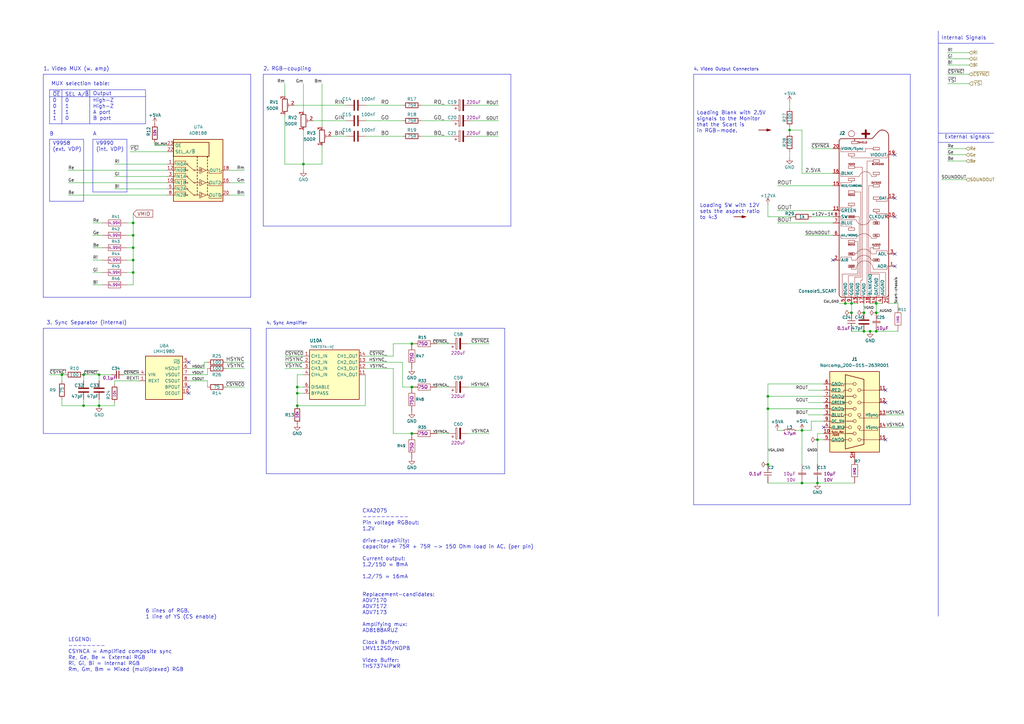
<source format=kicad_sch>
(kicad_sch (version 20230121) (generator eeschema)
  (paper "A3")
  (title_block (title "TRH9000D") (date "2023-01-13") (rev "AC") (comment 2 "Shared under CERN-OHL-S license") (comment 3 "TRH9000 - Open Source MSX Graphics Card based on the Yamaha V9990") (comment 4 "Designed  by: Cristiano Goncalves, Doomn00b, SD_Snatcher & Sunrise"))
  (junction (at 359.41 135.89))
  (junction (at 40.64 153.67))
  (junction (at 34.29 166.37))
  (junction (at 40.64 166.37))
  (junction (at 354.33 135.89))
  (junction (at 54.61 111.76))
  (junction (at 328.93 198.12))
  (junction (at 335.28 198.12))
  (junction (at 323.85 53.34))
  (junction (at 314.96 190.5))
  (junction (at 121.92 161.29))
  (junction (at 356.87 135.89))
  (junction (at 359.41 124.46))
  (junction (at 54.61 91.44))
  (junction (at 335.28 180.34))
  (junction (at 54.61 101.6))
  (junction (at 121.92 166.37))
  (junction (at 349.25 124.46))
  (junction (at 168.91 177.8))
  (junction (at 121.92 158.75))
  (junction (at 314.96 162.56))
  (junction (at 168.91 140.97))
  (junction (at 314.96 167.64))
  (junction (at 346.71 124.46))
  (junction (at 328.93 176.53))
  (junction (at 168.91 158.75))
  (junction (at 54.61 96.52))
  (junction (at 124.46 67.31))
  (junction (at 354.33 128.27))
  (junction (at 349.25 128.27))
  (junction (at 34.29 153.67))
  (junction (at 25.4 153.67))
  (junction (at 54.61 106.68))
  (junction (at 359.41 128.27))
  (no_connect (at 77.47 158.75))
  (no_connect (at 77.47 161.29))
  (no_connect (at 341.63 106.68))
  (no_connect (at 367.03 88.9))
  (no_connect (at 367.03 109.22))
  (no_connect (at 367.03 104.14))
  (no_connect (at 367.03 63.5))
  (no_connect (at 367.03 81.28))
  (no_connect (at 337.82 175.26))
  (no_connect (at 363.22 160.02))
  (no_connect (at 363.22 165.1))
  (no_connect (at 363.22 180.34))
  (no_connect (at 77.47 148.59))
  (wire (pts (xy 132.08 59.69) (xy 132.08 67.31)))
  (wire (pts (xy 121.92 161.29) (xy 121.92 166.37)))
  (wire (pts (xy 388.62 34.29) (xy 397.51 34.29)))
  (wire (pts (xy 124.46 148.59) (xy 116.84 148.59)))
  (wire (pts (xy 328.93 198.12) (xy 335.28 198.12)))
  (wire (pts (xy 314.96 162.56) (xy 337.82 162.56)))
  (wire (pts (xy 54.61 111.76) (xy 54.61 116.84)))
  (wire (pts (xy 191.77 177.8) (xy 200.66 177.8)))
  (polyline (pts (xy 107.95 30.48) (xy 107.95 92.71)))
  (wire (pts (xy 54.61 106.68) (xy 54.61 111.76)))
  (wire (pts (xy 149.86 55.88) (xy 165.1 55.88)))
  (wire (pts (xy 332.74 172.72) (xy 337.82 172.72)))
  (polyline (pts (xy 20.32 57.15) (xy 34.29 57.15)))
  (polyline (pts (xy 17.78 30.48) (xy 102.87 30.48)))
  (wire (pts (xy 318.77 176.53) (xy 321.31 176.53)))
  (polyline (pts (xy 109.22 134.62) (xy 207.01 134.62)))
  (wire (pts (xy 149.86 151.13) (xy 161.29 151.13)))
  (polyline (pts (xy 207.01 134.62) (xy 207.01 194.31)))
  (wire (pts (xy 34.29 166.37) (xy 40.64 166.37)))
  (wire (pts (xy 185.42 43.18) (xy 172.72 43.18)))
  (wire (pts (xy 337.82 157.48) (xy 314.96 157.48)))
  (wire (pts (xy 335.28 198.12) (xy 350.52 198.12)))
  (wire (pts (xy 165.1 158.75) (xy 165.1 148.59)))
  (polyline (pts (xy 38.1 78.74) (xy 52.07 78.74)))
  (wire (pts (xy 193.04 55.88) (xy 204.47 55.88)))
  (wire (pts (xy 331.47 160.02) (xy 337.82 160.02)))
  (wire (pts (xy 360.68 128.27) (xy 359.41 128.27)))
  (wire (pts (xy 346.71 124.46) (xy 349.25 124.46)))
  (wire (pts (xy 124.46 53.34) (xy 124.46 67.31)))
  (polyline (pts (xy 284.48 207.01) (xy 373.38 207.01)))
  (wire (pts (xy 20.32 153.67) (xy 25.4 153.67)))
  (wire (pts (xy 52.07 101.6) (xy 54.61 101.6)))
  (wire (pts (xy 135.89 55.88) (xy 142.24 55.88)))
  (wire (pts (xy 25.4 166.37) (xy 34.29 166.37)))
  (wire (pts (xy 34.29 163.83) (xy 34.29 166.37)))
  (wire (pts (xy 314.96 83.82) (xy 314.96 88.9)))
  (polyline (pts (xy 207.01 194.31) (xy 109.22 194.31)))
  (wire (pts (xy 124.46 146.05) (xy 116.84 146.05)))
  (wire (pts (xy 335.28 177.8) (xy 337.82 177.8)))
  (wire (pts (xy 92.71 158.75) (xy 100.33 158.75)))
  (wire (pts (xy 149.86 146.05) (xy 161.29 146.05)))
  (polyline (pts (xy 20.32 50.8) (xy 59.69 50.8)) (stroke (width 0) (type solid)))
  (wire (pts (xy 93.98 80.01) (xy 100.33 80.01)))
  (wire (pts (xy 121.92 161.29) (xy 124.46 161.29)))
  (wire (pts (xy 124.46 67.31) (xy 124.46 69.85)))
  (wire (pts (xy 344.17 124.46) (xy 346.71 124.46)))
  (wire (pts (xy 314.96 88.9) (xy 325.12 88.9)))
  (polyline (pts (xy 17.78 177.8) (xy 102.87 177.8)))
  (polyline (pts (xy 20.32 36.83) (xy 59.69 36.83)) (stroke (width 0) (type solid)))
  (wire (pts (xy 386.08 73.66) (xy 396.24 73.66)))
  (wire (pts (xy 38.1 116.84) (xy 41.91 116.84)))
  (wire (pts (xy 38.1 111.76) (xy 41.91 111.76)))
  (wire (pts (xy 25.4 163.83) (xy 25.4 166.37)))
  (wire (pts (xy 388.62 63.5) (xy 396.24 63.5)))
  (wire (pts (xy 54.61 101.6) (xy 54.61 106.68)))
  (wire (pts (xy 191.77 158.75) (xy 200.66 158.75)))
  (wire (pts (xy 326.39 176.53) (xy 328.93 176.53)))
  (polyline (pts (xy 36.83 36.83) (xy 36.83 50.8)) (stroke (width 0) (type solid)))
  (wire (pts (xy 52.07 116.84) (xy 54.61 116.84)))
  (wire (pts (xy 168.91 177.8) (xy 161.29 177.8)))
  (wire (pts (xy 388.62 21.59) (xy 397.51 21.59)))
  (wire (pts (xy 168.91 158.75) (xy 165.1 158.75)))
  (polyline (pts (xy 20.32 39.624) (xy 59.69 39.624)) (stroke (width 0) (type solid)))
  (wire (pts (xy 77.47 153.67) (xy 85.09 153.67)))
  (wire (pts (xy 388.62 66.04) (xy 396.24 66.04)))
  (wire (pts (xy 77.47 151.13) (xy 83.82 151.13)))
  (wire (pts (xy 53.34 62.23) (xy 68.58 62.23)))
  (wire (pts (xy 354.33 128.27) (xy 354.33 124.46)))
  (wire (pts (xy 83.82 148.59) (xy 85.09 148.59)))
  (wire (pts (xy 92.71 151.13) (xy 100.33 151.13)))
  (wire (pts (xy 314.96 162.56) (xy 314.96 167.64)))
  (wire (pts (xy 332.74 172.72) (xy 332.74 176.53)))
  (wire (pts (xy 93.98 74.93) (xy 100.33 74.93)))
  (polyline (pts (xy 17.78 121.92) (xy 102.87 121.92)))
  (wire (pts (xy 368.3 125.73) (xy 368.3 124.46)))
  (wire (pts (xy 38.1 101.6) (xy 41.91 101.6)))
  (polyline (pts (xy 107.95 92.71) (xy 209.55 92.71)))
  (wire (pts (xy 40.64 153.67) (xy 40.64 156.21)))
  (polyline (pts (xy 420.37 125.73) (xy 420.37 125.73)))
  (wire (pts (xy 388.62 30.48) (xy 397.51 30.48)))
  (wire (pts (xy 149.86 43.18) (xy 165.1 43.18)))
  (wire (pts (xy 52.07 111.76) (xy 54.61 111.76)))
  (wire (pts (xy 368.3 124.46) (xy 364.49 124.46)))
  (wire (pts (xy 52.07 96.52) (xy 54.61 96.52)))
  (wire (pts (xy 191.77 140.97) (xy 200.66 140.97)))
  (wire (pts (xy 38.1 106.68) (xy 41.91 106.68)))
  (wire (pts (xy 337.82 180.34) (xy 335.28 180.34)))
  (wire (pts (xy 85.09 156.21) (xy 85.09 158.75)))
  (wire (pts (xy 332.74 88.9) (xy 341.63 88.9)))
  (wire (pts (xy 318.77 91.44) (xy 341.63 91.44)))
  (wire (pts (xy 77.47 156.21) (xy 85.09 156.21)))
  (wire (pts (xy 93.98 69.85) (xy 100.33 69.85)))
  (polyline (pts (xy 384.81 17.78) (xy 407.67 17.78)))
  (wire (pts (xy 54.61 96.52) (xy 54.61 101.6)))
  (polyline (pts (xy 384.81 58.42) (xy 407.67 58.42)))
  (wire (pts (xy 116.84 67.31) (xy 124.46 67.31)))
  (wire (pts (xy 356.87 135.89) (xy 359.41 135.89)))
  (wire (pts (xy 184.15 140.97) (xy 179.07 140.97)))
  (polyline (pts (xy 17.78 134.62) (xy 102.87 134.62)))
  (wire (pts (xy 330.2 96.52) (xy 341.63 96.52)))
  (wire (pts (xy 328.93 71.12) (xy 341.63 71.12)))
  (wire (pts (xy 46.99 77.47) (xy 68.58 77.47)))
  (wire (pts (xy 388.62 26.67) (xy 397.51 26.67)))
  (wire (pts (xy 54.61 91.44) (xy 54.61 96.52)))
  (wire (pts (xy 341.63 60.96) (xy 332.74 60.96)))
  (wire (pts (xy 120.65 43.18) (xy 142.24 43.18)))
  (wire (pts (xy 121.92 158.75) (xy 121.92 161.29)))
  (polyline (pts (xy 17.78 134.62) (xy 17.78 177.8)))
  (wire (pts (xy 363.22 175.26) (xy 370.84 175.26)))
  (polyline (pts (xy 209.55 92.71) (xy 209.55 30.48)))
  (wire (pts (xy 85.09 151.13) (xy 85.09 153.67)))
  (polyline (pts (xy 102.87 30.48) (xy 102.87 121.92)))
  (wire (pts (xy 318.77 76.2) (xy 341.63 76.2)))
  (wire (pts (xy 359.41 128.27) (xy 359.41 124.46)))
  (wire (pts (xy 27.94 69.85) (xy 68.58 69.85)))
  (wire (pts (xy 335.28 190.5) (xy 335.28 180.34)))
  (wire (pts (xy 50.8 153.67) (xy 57.15 153.67)))
  (polyline (pts (xy 52.07 78.74) (xy 52.07 57.15)))
  (wire (pts (xy 328.93 176.53) (xy 328.93 190.5)))
  (polyline (pts (xy 209.55 30.48) (xy 107.95 30.48)))
  (wire (pts (xy 328.93 53.34) (xy 328.93 71.12)))
  (polyline (pts (xy 52.07 57.15) (xy 38.1 57.15)))
  (wire (pts (xy 318.77 86.36) (xy 341.63 86.36)))
  (wire (pts (xy 40.64 153.67) (xy 45.72 153.67)))
  (wire (pts (xy 40.64 163.83) (xy 40.64 166.37)))
  (wire (pts (xy 185.42 49.53) (xy 172.72 49.53)))
  (wire (pts (xy 27.94 80.01) (xy 68.58 80.01)))
  (wire (pts (xy 149.86 153.67) (xy 149.86 166.37)))
  (wire (pts (xy 116.84 34.29) (xy 116.84 39.37)))
  (wire (pts (xy 121.92 153.67) (xy 121.92 158.75)))
  (wire (pts (xy 121.92 166.37) (xy 149.86 166.37)))
  (wire (pts (xy 124.46 34.29) (xy 124.46 45.72)))
  (wire (pts (xy 63.5 59.69) (xy 68.58 59.69)))
  (wire (pts (xy 46.99 67.31) (xy 68.58 67.31)))
  (wire (pts (xy 314.96 167.64) (xy 337.82 167.64)))
  (wire (pts (xy 193.04 43.18) (xy 204.47 43.18)))
  (wire (pts (xy 314.96 157.48) (xy 314.96 162.56)))
  (wire (pts (xy 25.4 153.67) (xy 26.67 153.67)))
  (wire (pts (xy 328.93 176.53) (xy 332.74 176.53)))
  (wire (pts (xy 46.99 72.39) (xy 68.58 72.39)))
  (wire (pts (xy 331.47 170.18) (xy 337.82 170.18)))
  (polyline (pts (xy 17.78 121.92) (xy 17.78 30.48)))
  (wire (pts (xy 128.27 49.53) (xy 142.24 49.53)))
  (wire (pts (xy 149.86 148.59) (xy 165.1 148.59)))
  (wire (pts (xy 34.29 153.67) (xy 40.64 153.67)))
  (polyline (pts (xy 109.22 134.62) (xy 109.22 194.31)))
  (wire (pts (xy 335.28 177.8) (xy 335.28 180.34)))
  (wire (pts (xy 132.08 67.31) (xy 124.46 67.31)))
  (wire (pts (xy 83.82 148.59) (xy 83.82 151.13)))
  (wire (pts (xy 323.85 64.77) (xy 323.85 62.23)))
  (wire (pts (xy 38.1 91.44) (xy 41.91 91.44)))
  (wire (pts (xy 363.22 170.18) (xy 370.84 170.18)))
  (wire (pts (xy 323.85 52.07) (xy 323.85 53.34)))
  (wire (pts (xy 349.25 124.46) (xy 351.79 124.46)))
  (wire (pts (xy 149.86 49.53) (xy 165.1 49.53)))
  (wire (pts (xy 161.29 140.97) (xy 168.91 140.97)))
  (polyline (pts (xy 284.48 30.48) (xy 284.48 207.01)))
  (wire (pts (xy 25.4 156.21) (xy 25.4 153.67)))
  (wire (pts (xy 161.29 177.8) (xy 161.29 151.13)))
  (wire (pts (xy 54.61 87.63) (xy 54.61 91.44)))
  (wire (pts (xy 323.85 53.34) (xy 328.93 53.34)))
  (wire (pts (xy 116.84 46.99) (xy 116.84 67.31)))
  (wire (pts (xy 204.47 49.53) (xy 193.04 49.53)))
  (wire (pts (xy 124.46 153.67) (xy 121.92 153.67)))
  (wire (pts (xy 359.41 124.46) (xy 361.95 124.46)))
  (polyline (pts (xy 384.81 54.61) (xy 407.67 54.61)))
  (wire (pts (xy 52.07 106.68) (xy 54.61 106.68)))
  (wire (pts (xy 132.08 34.29) (xy 132.08 52.07)))
  (wire (pts (xy 356.87 124.46) (xy 359.41 124.46)))
  (wire (pts (xy 40.64 166.37) (xy 46.99 166.37)))
  (wire (pts (xy 184.15 158.75) (xy 179.07 158.75)))
  (wire (pts (xy 124.46 158.75) (xy 121.92 158.75)))
  (wire (pts (xy 314.96 190.5) (xy 314.96 167.64)))
  (wire (pts (xy 172.72 55.88) (xy 185.42 55.88)))
  (wire (pts (xy 184.15 177.8) (xy 179.07 177.8)))
  (wire (pts (xy 46.99 165.1) (xy 46.99 166.37)))
  (wire (pts (xy 46.99 157.48) (xy 46.99 156.21)))
  (polyline (pts (xy 102.87 177.8) (xy 102.87 134.62)))
  (wire (pts (xy 63.5 58.42) (xy 63.5 59.69)))
  (wire (pts (xy 124.46 151.13) (xy 116.84 151.13)))
  (wire (pts (xy 331.47 165.1) (xy 337.82 165.1)))
  (wire (pts (xy 359.41 135.89) (xy 368.3 135.89)))
  (wire (pts (xy 92.71 148.59) (xy 100.33 148.59)))
  (polyline (pts (xy 20.32 57.15) (xy 20.32 82.55)))
  (wire (pts (xy 349.25 128.27) (xy 349.25 124.46)))
  (wire (pts (xy 388.62 60.96) (xy 396.24 60.96)))
  (polyline (pts (xy 373.38 207.01) (xy 373.38 30.48)))
  (wire (pts (xy 27.94 74.93) (xy 68.58 74.93)))
  (polyline (pts (xy 284.48 30.48) (xy 373.38 30.48)))
  (wire (pts (xy 52.07 91.44) (xy 54.61 91.44)))
  (wire (pts (xy 161.29 146.05) (xy 161.29 140.97)))
  (wire (pts (xy 388.62 24.13) (xy 397.51 24.13)))
  (polyline (pts (xy 59.69 50.8) (xy 59.69 36.83)) (stroke (width 0) (type solid)))
  (wire (pts (xy 34.29 153.67) (xy 34.29 156.21)))
  (polyline (pts (xy 34.29 82.55) (xy 20.32 82.55)))
  (polyline (pts (xy 384.81 12.7) (xy 384.81 252.73)))
  (wire (pts (xy 323.85 53.34) (xy 323.85 54.61)))
  (wire (pts (xy 38.1 96.52) (xy 41.91 96.52)))
  (wire (pts (xy 314.96 198.12) (xy 328.93 198.12)))
  (wire (pts (xy 323.85 41.91) (xy 323.85 44.45)))
  (polyline (pts (xy 38.1 57.15) (xy 38.1 78.74)))
  (polyline (pts (xy 20.32 36.83) (xy 20.32 50.8)) (stroke (width 0) (type solid)))
  (wire (pts (xy 46.99 156.21) (xy 57.15 156.21)))
  (polyline (pts (xy 34.29 57.15) (xy 34.29 82.55)))
  (wire (pts (xy 349.25 135.89) (xy 354.33 135.89)))
  (wire (pts (xy 354.33 135.89) (xy 356.87 135.89)))
  (polyline (pts (xy 25.4 36.83) (xy 25.4 50.8)) (stroke (width 0) (type solid)))
  (text "Internal Signals" (at 386.08 16.51 0) (effects (font (size 1.524 1.524)) (justify left bottom)))
  (text "A" (at 38.1 55.88 0) (effects (font (size 1.524 1.524)) (justify left bottom)))
  (text "CXA2075\n----------\nPin voltage RGBout:\n1.2V\n\ndrive-capability:\ncapacitor + 75R + 75R -> 150 Ohm load in AC. (per pin)\n\nCurrent output:\n1.2/150 = 8mA\n\n1.2/75 = 16mA\n\n\nReplacement-candidates:\nADV7170\nADV7172\nADV7173\n\nAmplifying mux:\nAD8188ARUZ\n\nClock Buffer:\nLMV112SD/NOPB\n\nVideo Buffer:\nTHS7374IPWR" (at 148.59 274.32 0) (effects (font (size 1.524 1.524)) (justify left bottom)))
  (text "3. Sync Separator (internal)" (at 19.05 133.35 0) (effects (font (size 1.524 1.524)) (justify left bottom)))
  (text "4. Sync Amplifier" (at 109.22 133.35 0) (effects (font (size 1.27 1.27)) (justify left bottom)))
  (text "Loading Blank with 2.5V\nsignals to the Monitor \nthat the Scart is \nin RGB-mode." (at 285.75 54.61 0) (effects (font (size 1.524 1.524)) (justify left bottom)))
  (text "Output" (at 38.1 39.37 0) (effects (font (size 1.524 1.524)) (justify left bottom)))
  (text "V9990\n(int. VDP)" (at 39.37 62.23 0) (effects (font (size 1.524 1.524)) (justify left bottom)))
  (text "~{OE}\n0\n0\n1\n1" (at 21.59 49.53 0) (effects (font (size 1.524 1.524)) (justify left bottom)))
  (text "LEGEND:\n--------\nCSYNCA = Amplified composite sync\nRe, Ge, Be = External RGB\nRi, Gi, Bi = Internal RGB\nRm, Gm, Bm = Mixed (multiplexed) RGB" (at 27.94 275.59 0) (effects (font (size 1.524 1.524)) (justify left bottom)))
  (text "High-Z\nHigh-Z\nA port\nB port" (at 38.1 49.53 0) (effects (font (size 1.524 1.524)) (justify left bottom)))
  (text "1. Video MUX (w. amp)" (at 17.78 29.21 0) (effects (font (size 1.524 1.524)) (justify left bottom)))
  (text "4. Video Output Connectors\n" (at 284.48 29.21 0) (effects (font (size 1.27 1.27)) (justify left bottom)))
  (text "External signals" (at 387.35 57.15 0) (effects (font (size 1.524 1.524)) (justify left bottom)))
  (text "2. RGB-coupling" (at 107.95 29.21 0) (effects (font (size 1.524 1.524)) (justify left bottom)))
  (text "SEL A/~{B}\n0\n1\n1\n0\n" (at 26.67 49.53 0) (effects (font (size 1.524 1.524)) (justify left bottom)))
  (text "MUX selection table:" (at 20.955 35.306 0) (effects (font (size 1.524 1.524)) (justify left bottom)))
  (text "B" (at 20.32 55.88 0) (effects (font (size 1.524 1.524)) (justify left bottom)))
  (text "6 lines of RGB.\n1 line of YS (CS enable)" (at 59.69 254 0) (effects (font (size 1.524 1.524)) (justify left bottom)))
  (text "Loading SW with 12V \nsets the aspect ratio\nto 4:3" (at 287.02 90.17 0) (effects (font (size 1.524 1.524)) (justify left bottom)))
  (text "V9958\n(ext. VDP)" (at 21.59 62.23 0) (effects (font (size 1.524 1.524)) (justify left bottom)))
  (label "~{YSi}" (at 53.34 62.23 0) (effects (font (size 1.524 1.524))))
  (label "VSYNC" (at 100.33 151.13 180) (effects (font (size 1.524 1.524))))
  (label "Gi" (at 38.1 111.76 0))
  (label "Be" (at 27.94 80.01 0))
  (label "HSYNCA" (at 200.66 158.75 180))
  (label "~{CSYNCO}" (at 100.33 158.75 180))
  (label "~{CSYNCi_}" (at 40.64 153.67 180) (effects (font (size 1 1))))
  (label "RO" (at 156.21 43.18 0) (effects (font (size 1.524 1.524))))
  (label "Ri" (at 38.1 106.68 0))
  (label "HSYNC" (at 116.84 148.59 0) (effects (font (size 1.524 1.524))))
  (label "Ge" (at 38.1 96.52 0))
  (label "BO_" (at 177.8 55.88 0) (effects (font (size 1.524 1.524))))
  (label "BIN" (at 137.16 55.88 0) (effects (font (size 1.524 1.524))))
  (label "Scart-chassis" (at 368.3 124.46 90) (effects (font (size 1 1))))
  (label "HSYNC" (at 100.33 148.59 180) (effects (font (size 1.524 1.524))))
  (label "Re" (at 38.1 91.44 0))
  (label "ROUT" (at 204.47 43.18 180))
  (label "HSYNCA" (at 370.84 170.18 180))
  (label "GO_" (at 177.8 49.53 0) (effects (font (size 1.524 1.524))))
  (label "BOUT" (at 318.77 91.44 0) (effects (font (size 1.524 1.524))))
  (label "BOUT" (at 331.47 170.18 180))
  (label "~{CSYNCA}" (at 332.74 60.96 0))
  (label "Bm" (at 132.08 34.29 180))
  (label "SOUNDOUT" (at 386.08 73.66 0))
  (label "Ge" (at 388.62 63.5 0))
  (label "Ge" (at 27.94 74.93 0))
  (label "Ri" (at 388.62 21.59 0))
  (label "~{CSYNCA}_" (at 184.15 140.97 180) (effects (font (size 1 1))))
  (label "GNDD" (at 335.28 185.42 180) (effects (font (size 1 1))))
  (label "+12V-1K" (at 332.74 88.9 0))
  (label "VSYNC_" (at 158.75 151.13 180))
  (label "2.5VA" (at 330.2 71.12 0) (effects (font (size 1.524 1.524))))
  (label "CSOUT" (at 78.74 156.21 0) (effects (font (size 1 1))))
  (label "VGND" (at 354.33 127 0) (effects (font (size 1 1))))
  (label "~{CSYNCi}" (at 20.32 153.67 0))
  (label "BOUT" (at 204.47 55.88 180))
  (label "Gi" (at 46.99 72.39 0))
  (label "ROUT" (at 318.77 76.2 0) (effects (font (size 1.524 1.524))))
  (label "Gm" (at 124.46 34.29 180))
  (label "SOUNDOUT" (at 330.2 96.52 0))
  (label "Rm" (at 116.84 34.29 180))
  (label "Bi" (at 388.62 26.67 0))
  (label "~{CSYNCA}" (at 200.66 140.97 180))
  (label "Rm" (at 100.33 69.85 180))
  (label "VSYNC" (at 116.84 151.13 0) (effects (font (size 1.524 1.524))))
  (label "Be" (at 38.1 101.6 0))
  (label "~{YSi}" (at 388.62 34.29 0) (effects (font (size 1.524 1.524))))
  (label "BO" (at 156.21 55.88 0) (effects (font (size 1.524 1.524))))
  (label "~{CSYNCin}" (at 57.15 153.67 180) (effects (font (size 1 1))))
  (label "~{CSYNCi}" (at 388.62 30.48 0))
  (label "Re" (at 27.94 69.85 0))
  (label "GIN" (at 137.16 49.53 0) (effects (font (size 1.524 1.524))))
  (label "VSYNCA" (at 200.66 177.8 180))
  (label "Col_GND" (at 344.17 124.46 180) (effects (font (size 1 1))))
  (label "Be" (at 388.62 66.04 0))
  (label "GO" (at 156.21 49.53 0) (effects (font (size 1.524 1.524))))
  (label "Ri" (at 46.99 67.31 0))
  (label "Gi" (at 388.62 24.13 0))
  (label "Bm" (at 100.33 80.01 180))
  (label "VSYNCA" (at 370.84 175.26 180))
  (label "AUGND" (at 360.68 128.27 0) (effects (font (size 1 1))))
  (label "VSOUT" (at 78.74 153.67 0) (effects (font (size 1 1))))
  (label "HSYNC_" (at 158.75 148.59 180))
  (label "VSYNCA_" (at 184.15 177.8 180) (effects (font (size 1 1))))
  (label "OE_MUX" (at 63.5 59.69 0) (effects (font (size 0.85 0.85))))
  (label "~{CSYNC}_" (at 158.75 146.05 180))
  (label "ROUT" (at 331.47 160.02 180))
  (label "RO_" (at 177.8 43.18 0) (effects (font (size 1.524 1.524))))
  (label "GOUT" (at 204.47 49.53 180))
  (label "HSOUT" (at 78.74 151.13 0) (effects (font (size 1 1))))
  (label "Bi" (at 46.99 77.47 0))
  (label "RIN" (at 137.16 43.18 0) (effects (font (size 1.524 1.524))))
  (label "GOUT" (at 331.47 165.1 180))
  (label "GOUT" (at 318.77 86.36 0) (effects (font (size 1.524 1.524))))
  (label "Bi" (at 38.1 116.84 0))
  (label "HSYNCA_" (at 184.15 158.75 180) (effects (font (size 1 1))))
  (label "REXTi" (at 57.15 156.21 180))
  (label "VGA_GND" (at 314.96 185.42 0) (effects (font (size 1 1))))
  (label "~{CSYNCO}" (at 116.84 146.05 0))
  (label "Gm" (at 100.33 74.93 180))
  (label "Re" (at 388.62 60.96 0))
  (global_label "VMID" (shape input) (at 54.61 87.63 0) (effects (font (size 1.5 1.5))) (property "Intersheetrefs" "${INTERSHEET_REFS}" (effects hide)))
  (hierarchical_label "Ri" (shape input) (at 397.51 21.59 0))
  (hierarchical_label "~{YSi}" (shape input) (at 397.51 34.29 0) (effects (font (size 1.524 1.524))))
  (hierarchical_label "Ge" (shape input) (at 396.24 63.5 0))
  (hierarchical_label "Gi" (shape input) (at 397.51 24.13 0))
  (hierarchical_label "Re" (shape input) (at 396.24 60.96 0))
  (hierarchical_label "Be" (shape input) (at 396.24 66.04 0))
  (hierarchical_label "Bi" (shape input) (at 397.51 26.67 0))
  (hierarchical_label "~{CSYNCi}" (shape input) (at 397.51 30.48 0))
  (hierarchical_label "SOUNDOUT" (shape input) (at 396.24 73.66 0))
  (symbol (lib_id "power:GND") (at 40.64 166.37 0) (unit 1)
    (property "Reference" "#PWR016" (effects hide))
    (property "Value" "GND" (at 40.64 170.18 0))
  )
  (symbol (lib_name "C_TCJB227_1") (lib_id "LRJ-parts:C_TCJB227") (at 189.23 55.88 90) (unit 1)
    (property "Reference" "C21" (at 185.42 54.61 90))
    (property "Value" "C_TCJB227" (effects hide))
    (property "Footprint" "Capacitor_Tantalum_SMD:CP_EIA-3528-15_AVX-H" (effects hide))
    (property "Datasheet" "https://datasheets.kyocera-avx.com/TCJ.pdf" (effects hide))
    (property "MPN" "TCJB227M006R0070" (effects hide))
    (property "Voltage Rating" "6.3V" (effects hide))
    (property "Manufacturer" "KYOCERA AVX" (effects hide))
    (property "Capacitance" "220uF" (at 194.31 54.61 90))
  )
  (symbol (lib_id "LRJ-parts:C_GRM188D71A106KA73D") (at 359.41 132.08 180) (unit 1)
    (property "Reference" "C25" (at 359.41 130.175 0) (effects (font (size 1.143 1.143)) (justify right)))
    (property "Value" "C_GRM188D71A106KA73D" (effects hide))
    (property "Footprint" "Capacitor_SMD:C_0603_1608Metric" (effects hide))
    (property "Datasheet" "https://media.digikey.com/pdf/Data%20Sheets/Samsung%20PDFs/CL_Series_MLCC_ds.pdf" (effects hide))
    (property "Manufacturer" "Murata Electronics" (effects hide))
    (property "MPN" "GRM188D71A106KA73D" (effects hide))
    (property "Capacitance" "10µF" (at 359.41 134.62 0) (effects (justify right)))
    (property "Voltage rating" "10V" (effects hide))
    (property "Temperature Coefficient " "X7T" (effects hide))
    (property "Mounting type" "SMD" (effects hide))
    (property "Status" "Active" (effects hide))
  )
  (symbol (lib_id "LRJ-parts:R_ERJ-PA3F75R0V") (at 168.91 146.05 270) (unit 1)
    (property "Reference" "R47" (at 173.99 146.05 90) (effects (font (size 1.143 1.143)) (justify right)))
    (property "Value" "R_ERJ-PA3F75R0V" (effects hide))
    (property "Footprint" "LRJ:R_0603_1608Metric_roundcourt" (effects hide))
    (property "Datasheet" "https://industrial.panasonic.com/cdbs/www-data/pdf/RDO0000/AOA0000C331.pdf" (effects hide))
    (property "Manufacturer" "Panasonic Electronic Components" (effects hide))
    (property "MPN" "ERJ-PA3F75R0V" (effects hide))
    (property "Resistance" "75Ω" (at 168.91 148.59 0) (effects (justify right)))
    (property "Voltage rating" "49V" (effects hide))
    (property "Operating Temperature " " -55°C to +155°C" (effects hide))
    (property "Status" "Active" (effects hide))
    (property "Mounting type" "SMD" (effects hide))
    (property "Temperature coeffecient" "±100ppm/°C" (effects hide))
  )
  (symbol (lib_id "Device:R_Potentiometer_Trim") (at 124.46 49.53 0) (mirror x) (unit 1)
    (property "Reference" "RV2" (at 121.92 48.2599 0) (effects (justify right)))
    (property "Value" "500R" (at 121.92 50.7999 0) (effects (justify right)))
    (property "Footprint" "LRJ:Potentiometer_Bourns_3314G_Vertical_lrj" (effects hide))
  )
  (symbol (lib_id "LRJ-parts:R_CRCW08054K99FKEAHP") (at 46.99 96.52 180) (unit 1)
    (property "Reference" "R42" (at 45.72 93.98 0) (effects (font (size 1.143 1.143)) (justify right)))
    (property "Value" "R_CRCW08054K99FKEAHP" (effects hide))
    (property "Footprint" "Resistor_SMD:R_0805_2012Metric_Pad1.20x1.40mm_HandSolder" (effects hide))
    (property "Datasheet" "https://www.vishay.com/docs/20043/crcwhpe3.pdf" (effects hide))
    (property "Manufacturer" "Vishay Dale" (effects hide))
    (property "MPN" "CRCW08054K99FKEAHP" (effects hide))
    (property "Operating Temperature " " -55°C to +155°C" (effects hide))
    (property "Resistance" "4.99K" (at 44.45 96.52 0) (effects (font (size 1.143 1.143)) (justify right)))
    (property "Mounting type" "SMD" (effects hide))
    (property "Status" "Active" (effects hide))
    (property "Price" "€0,21" (effects hide))
  )
  (symbol (lib_id "LRJ-parts:C_CC0805JPX7R9BB104") (at 314.96 194.31 0) (unit 1)
    (property "Reference" "C2" (at 314.96 191.77 0) (effects (font (size 1.143 1.143)) (justify left)))
    (property "Value" "C_CC0805JPX7R9BB104" (effects hide))
    (property "Footprint" "LRJ:C_0805_2012Metric_round_court" (effects hide))
    (property "Datasheet" "https://www.yageo.com/upload/media/product/productsearch/datasheet/mlcc/UPY-GPHC_X7R_6.3V-to-50V_18.pdf" (effects hide))
    (property "Manufacturer" "Yageo" (effects hide))
    (property "MPN" "CC0805JPX7R9BB104" (effects hide))
    (property "Mouser datasheet" "https://www.mouser.se/datasheet/2/427/vjcommercialseries-1764145.pdf" (effects hide))
    (property "Capacitance" "0.1uF" (at 309.88 194.31 0))
    (property "Voltage rating" "50V" (effects hide))
    (property "Temperature Coefficient " "X7R" (effects hide))
    (property "Mounting type" "SMD" (effects hide))
    (property "Status" "Active" (effects hide))
  )
  (symbol (lib_id "Device:C") (at 146.05 43.18 270) (unit 1)
    (property "Reference" "C14" (at 142.24 40.64 90))
    (property "Value" "100nF" (at 151.13 40.64 90))
    (property "Footprint" "Capacitor_SMD:C_0805_2012Metric" (effects hide))
  )
  (symbol (lib_id "Device:C") (at 354.33 132.08 0) (unit 1)
    (property "Reference" "C40" (at 350.52 130.175 0) (effects (justify left)))
    (property "Value" "47pF" (at 349.25 134.62 0) (effects (justify left)))
    (property "Footprint" "Capacitor_SMD:C_0603_1608Metric" (effects hide))
  )
  (symbol (lib_id "Device:R") (at 88.9 151.13 270) (mirror x) (unit 1)
    (property "Reference" "R26" (at 88.9 153.67 90))
    (property "Value" "100" (at 88.9 151.13 90))
    (property "Footprint" "Resistor_SMD:R_0603_1608Metric" (effects hide))
  )
  (symbol (lib_id "LRJ-parts:Console5_SCART") (at 354.33 88.9 0) (unit 1)
    (property "Reference" "J2" (at 345.44 54.61 0) (effects (font bold)))
    (property "Value" "Console5_SCART" (at 335.28 119.38 0))
    (property "Footprint" "LRJ:SCART-21_Female_Horizontal_P1.905x2.54mm_EdgePinOffset10.7mm_cutvias" (effects hide))
    (property "Datasheet" "https://console5.com/store/female-scart-jp21-through-hole-pcb-mount-21-pin-connector-right-angle.html#" (effects hide))
    (property "Manufacturer" "Console5" (effects hide))
    (property "MPN" "N/A" (effects hide))
  )
  (symbol (lib_name "C_TCJB227_1") (lib_id "LRJ-parts:C_TCJB227") (at 187.96 140.97 90) (unit 1)
    (property "Reference" "C58" (at 187.96 137.16 90))
    (property "Value" "C_TCJB227" (effects hide))
    (property "Footprint" "Capacitor_Tantalum_SMD:CP_EIA-3528-15_AVX-H" (effects hide))
    (property "Datasheet" "https://datasheets.kyocera-avx.com/TCJ.pdf" (effects hide))
    (property "MPN" "TCJB227M006R0070" (effects hide))
    (property "Voltage Rating" "6.3V" (effects hide))
    (property "Manufacturer" "KYOCERA AVX" (effects hide))
    (property "Capacitance" "220uF" (at 187.96 144.78 90))
  )
  (symbol (lib_name "C_TCJB227_1") (lib_id "LRJ-parts:C_TCJB227") (at 187.96 177.8 90) (unit 1)
    (property "Reference" "C60" (at 187.96 173.99 90))
    (property "Value" "C_TCJB227" (effects hide))
    (property "Footprint" "Capacitor_Tantalum_SMD:CP_EIA-3528-15_AVX-H" (effects hide))
    (property "Datasheet" "https://datasheets.kyocera-avx.com/TCJ.pdf" (effects hide))
    (property "MPN" "TCJB227M006R0070" (effects hide))
    (property "Voltage Rating" "6.3V" (effects hide))
    (property "Manufacturer" "KYOCERA AVX" (effects hide))
    (property "Capacitance" "220uF" (at 187.96 181.61 90))
  )
  (symbol (lib_id "Device:R") (at 168.91 43.18 270) (unit 1)
    (property "Reference" "R17" (at 168.91 40.64 90))
    (property "Value" "75R" (at 168.91 43.18 90))
    (property "Footprint" "Resistor_SMD:R_0805_2012Metric" (effects hide))
  )
  (symbol (lib_id "LRJ-parts:R_ERJ-PA3F75R0V") (at 168.91 163.83 270) (unit 1)
    (property "Reference" "R48" (at 173.99 163.83 90) (effects (font (size 1.143 1.143)) (justify right)))
    (property "Value" "R_ERJ-PA3F75R0V" (effects hide))
    (property "Footprint" "LRJ:R_0603_1608Metric_roundcourt" (effects hide))
    (property "Datasheet" "https://industrial.panasonic.com/cdbs/www-data/pdf/RDO0000/AOA0000C331.pdf" (effects hide))
    (property "Manufacturer" "Panasonic Electronic Components" (effects hide))
    (property "MPN" "ERJ-PA3F75R0V" (effects hide))
    (property "Resistance" "75Ω" (at 168.91 166.37 0) (effects (justify right)))
    (property "Voltage rating" "49V" (effects hide))
    (property "Operating Temperature " " -55°C to +155°C" (effects hide))
    (property "Status" "Active" (effects hide))
    (property "Mounting type" "SMD" (effects hide))
    (property "Temperature coeffecient" "±100ppm/°C" (effects hide))
  )
  (symbol (lib_id "LRJ-parts:R_ERJ-PA3F75R0V") (at 173.99 140.97 180) (unit 1)
    (property "Reference" "R15" (at 171.45 138.43 0) (effects (font (size 1.143 1.143)) (justify right)))
    (property "Value" "R_ERJ-PA3F75R0V" (effects hide))
    (property "Footprint" "LRJ:R_0603_1608Metric_roundcourt" (effects hide))
    (property "Datasheet" "https://industrial.panasonic.com/cdbs/www-data/pdf/RDO0000/AOA0000C331.pdf" (effects hide))
    (property "Manufacturer" "Panasonic Electronic Components" (effects hide))
    (property "MPN" "ERJ-PA3F75R0V" (effects hide))
    (property "Resistance" "75Ω" (at 171.45 140.97 0) (effects (justify right)))
    (property "Voltage rating" "49V" (effects hide))
    (property "Operating Temperature " " -55°C to +155°C" (effects hide))
    (property "Status" "Active" (effects hide))
    (property "Mounting type" "SMD" (effects hide))
    (property "Temperature coeffecient" "±100ppm/°C" (effects hide))
  )
  (symbol (lib_id "LRJ-parts:C_GRM188D71A106KA73D") (at 335.28 194.31 180) (unit 1)
    (property "Reference" "C13" (at 335.28 191.77 0) (effects (font (size 1.143 1.143)) (justify right)))
    (property "Value" "C_GRM188D71A106KA73D" (effects hide))
    (property "Footprint" "Capacitor_SMD:C_0603_1608Metric" (effects hide))
    (property "Datasheet" "https://media.digikey.com/pdf/Data%20Sheets/Samsung%20PDFs/CL_Series_MLCC_ds.pdf" (effects hide))
    (property "Manufacturer" "Murata Electronics" (effects hide))
    (property "MPN" "GRM188D71A106KA73D" (effects hide))
    (property "Capacitance" "10µF" (at 337.82 194.31 0) (effects (justify right)))
    (property "Voltage rating" "10V" (at 337.82 196.85 0) (effects (justify right)))
    (property "Temperature Coefficient " "X7T" (effects hide))
    (property "Mounting type" "SMD" (effects hide))
    (property "Status" "Active" (effects hide))
  )
  (symbol (lib_id "Device:R") (at 328.93 88.9 270) (unit 1)
    (property "Reference" "R29" (at 323.85 87.63 90))
    (property "Value" "1k" (at 328.93 88.9 90))
    (property "Footprint" "Resistor_SMD:R_0603_1608Metric" (effects hide))
  )
  (symbol (lib_id "LRJ-parts:Norcomp_200-015-263R001") (at 350.52 170.18 0) (unit 1)
    (property "Reference" "J1" (at 350.52 147.32 0) (effects (font bold)))
    (property "Value" "Norcomp_200-015-263R001" (at 350.52 149.86 0))
    (property "Footprint" "LRJ:Norcomp_DSUB-15-HD_Female_Horizontal_SMD_P0.77x1.98mm" (effects hide))
    (property "Datasheet" "https://www.norcomp.net/rohspdfs/Connectors/2YY/200-015-263R001.pdf" (effects hide))
    (property "MPN" "200-015-263R001" (effects hide))
    (property "Manufacturer" "NorComp Inc." (effects hide))
    (property "Description" "CONN D-SUB HD RCPT 15POS SMD R/A" (effects hide))
    (property "Current Rating" "2A" (effects hide))
    (property "Voltage Rating" "300V" (effects hide))
  )
  (symbol (lib_id "power:PWR_FLAG") (at 354.33 128.27 90) (unit 1)
    (property "Reference" "#FLG06" (effects hide))
    (property "Value" "PWR_FLAG" (effects hide))
  )
  (symbol (lib_id "Device:R") (at 25.4 160.02 0) (unit 1)
    (property "Reference" "R9" (at 21.59 160.02 0))
    (property "Value" "75" (at 25.4 160.02 90))
    (property "Footprint" "Resistor_SMD:R_0603_1608Metric" (effects hide))
  )
  (symbol (lib_id "power:GND") (at 168.91 187.96 0) (unit 1)
    (property "Reference" "#PWR048" (effects hide))
    (property "Value" "GND" (at 168.91 191.77 0))
  )
  (symbol (lib_id "Graphic:SYM_Arrow_Normal") (at 303.53 88.9 0) (unit 1)
    (property "Reference" "#SYM2" (effects hide))
    (property "Value" "SYM_Arrow_Normal" (effects hide))
    (property "Sim.Enable" "0" (effects hide))
  )
  (symbol (lib_id "LRJ-parts:THS7374-lrj") (at 137.16 153.67 0) (unit 1)
    (property "Reference" "U10" (at 129.54 139.7 0) (effects (font bold)))
    (property "Value" "THS7374-lrj" (at 132.08 142.24 0) (effects (font (size 1 1))))
    (property "Footprint" "Package_SO:TSSOP-14_4.4x5mm_P0.65mm" (effects hide))
    (property "Datasheet" "https://www.ti.com/lit/ds/symlink/ths7374.pdf" (effects hide))
    (property "MPN" "THS7374IPWR" (effects hide))
    (property "Manufacturer" "Texas Instruments" (effects hide))
  )
  (symbol (lib_id "LRJ-parts:C_CL10B104KB8NNNL") (at 48.26 153.67 270) (mirror x) (unit 1)
    (property "Reference" "C34" (at 45.72 151.13 90) (effects (font (size 1.143 1.143)) (justify left)))
    (property "Value" "C_CL10B104KB8NNNL" (effects hide))
    (property "Footprint" "Capacitor_SMD:C_0603_1608Metric_Pad1.08x0.95mm_HandSolder" (effects hide))
    (property "Datasheet" "http://product.samsungsem.com/mlcc/CL10B104KB8NNN.do" (effects hide))
    (property "Manufacturer" "Samsung Electro-Mechanics" (effects hide))
    (property "MPN" "CL10B104KB8NNNL" (effects hide))
    (property "Temperature Coefficient " "X7R" (effects hide))
    (property "Capacitance " " 0,1µF" (at 44.45 154.94 90))
    (property "Tolerance" " ±10% " (effects hide))
    (property "Operating Temperature " " -55°C to +125°C " (effects hide))
    (property "Package" "1608 Metric" (effects hide))
    (property "DK_Datasheet" "https://media.digikey.com/pdf/Data%20Sheets/Samsung%20PDFs/CL_Series_MLCC_ds.pdf" (effects hide))
    (property "Voltage Rating" "50V" (effects hide))
  )
  (symbol (lib_id "Device:R") (at 30.48 153.67 270) (mirror x) (unit 1)
    (property "Reference" "R10" (at 30.48 151.13 90))
    (property "Value" "100" (at 30.48 153.67 90))
    (property "Footprint" "Resistor_SMD:R_0603_1608Metric" (effects hide))
  )
  (symbol (lib_id "power:PWR_FLAG") (at 314.96 190.5 90) (unit 1)
    (property "Reference" "#FLG02" (effects hide))
    (property "Value" "PWR_FLAG" (effects hide))
  )
  (symbol (lib_id "power:+12VA") (at 314.96 83.82 0) (unit 1)
    (property "Reference" "#PWR0109" (effects hide))
    (property "Value" "+12VA" (at 314.96 80.264 0))
  )
  (symbol (lib_id "LRJ-parts:R_ERJ-PA3F75R0V") (at 173.99 158.75 180) (unit 1)
    (property "Reference" "R33" (at 171.45 156.21 0) (effects (font (size 1.143 1.143)) (justify right)))
    (property "Value" "R_ERJ-PA3F75R0V" (effects hide))
    (property "Footprint" "LRJ:R_0603_1608Metric_roundcourt" (effects hide))
    (property "Datasheet" "https://industrial.panasonic.com/cdbs/www-data/pdf/RDO0000/AOA0000C331.pdf" (effects hide))
    (property "Manufacturer" "Panasonic Electronic Components" (effects hide))
    (property "MPN" "ERJ-PA3F75R0V" (effects hide))
    (property "Resistance" "75Ω" (at 171.45 158.75 0) (effects (justify right)))
    (property "Voltage rating" "49V" (effects hide))
    (property "Operating Temperature " " -55°C to +155°C" (effects hide))
    (property "Status" "Active" (effects hide))
    (property "Mounting type" "SMD" (effects hide))
    (property "Temperature coeffecient" "±100ppm/°C" (effects hide))
  )
  (symbol (lib_id "power:GND") (at 168.91 168.91 0) (unit 1)
    (property "Reference" "#PWR047" (effects hide))
    (property "Value" "GND" (at 168.91 172.72 0))
  )
  (symbol (lib_id "power:+5VA") (at 318.77 176.53 0) (unit 1)
    (property "Reference" "#PWR026" (effects hide))
    (property "Value" "+5VA" (at 318.77 172.974 0))
  )
  (symbol (lib_id "LRJ-parts:R_ERJ-3GEYJ105V") (at 368.3 130.81 90) (unit 1)
    (property "Reference" "R11" (at 368.3 127 90) (effects (font (size 1.143 1.143)) (justify right)))
    (property "Value" "R_ERJ-3GEYJ105V" (effects hide))
    (property "Footprint" "Resistor_SMD:R_0603_1608Metric" (effects hide))
    (property "Datasheet" "https://industrial.panasonic.com/ww/products/pt/general-purpose-chip-resistors/models/ERJ3GEYJ105V" (effects hide))
    (property "Manufacturer" "Panasonic Electronic Components" (effects hide))
    (property "MPN" "ERJ-3GEYJ105V" (effects hide))
    (property "Resistance" "1MΩ" (at 368.3 129.54 0) (effects (font (size 0.889 0.889)) (justify right)))
    (property "Voltage rating" "75V" (effects hide))
    (property "Operating Temperature " " -55°C to +155°C" (effects hide))
    (property "Status" "Active" (effects hide))
    (property "Mounting type" "SMD" (effects hide))
  )
  (symbol (lib_id "LRJ-parts:R_ERJ-PA3F75R0V") (at 173.99 177.8 180) (unit 1)
    (property "Reference" "R35" (at 171.45 175.26 0) (effects (font (size 1.143 1.143)) (justify right)))
    (property "Value" "R_ERJ-PA3F75R0V" (effects hide))
    (property "Footprint" "LRJ:R_0603_1608Metric_roundcourt" (effects hide))
    (property "Datasheet" "https://industrial.panasonic.com/cdbs/www-data/pdf/RDO0000/AOA0000C331.pdf" (effects hide))
    (property "Manufacturer" "Panasonic Electronic Components" (effects hide))
    (property "MPN" "ERJ-PA3F75R0V" (effects hide))
    (property "Resistance" "75Ω" (at 171.45 177.8 0) (effects (justify right)))
    (property "Voltage rating" "49V" (effects hide))
    (property "Operating Temperature " " -55°C to +155°C" (effects hide))
    (property "Status" "Active" (effects hide))
    (property "Mounting type" "SMD" (effects hide))
    (property "Temperature coeffecient" "±100ppm/°C" (effects hide))
  )
  (symbol (lib_id "Device:R") (at 323.85 48.26 0) (mirror y) (unit 1)
    (property "Reference" "R27" (at 321.818 48.26 90))
    (property "Value" "100" (at 323.85 48.26 90))
    (property "Footprint" "Resistor_SMD:R_0603_1608Metric" (effects hide))
  )
  (symbol (lib_id "LRJ-parts:R_CRCW08054K99FKEAHP") (at 46.99 101.6 180) (unit 1)
    (property "Reference" "R43" (at 45.72 99.06 0) (effects (font (size 1.143 1.143)) (justify right)))
    (property "Value" "R_CRCW08054K99FKEAHP" (effects hide))
    (property "Footprint" "Resistor_SMD:R_0805_2012Metric_Pad1.20x1.40mm_HandSolder" (effects hide))
    (property "Datasheet" "https://www.vishay.com/docs/20043/crcwhpe3.pdf" (effects hide))
    (property "Manufacturer" "Vishay Dale" (effects hide))
    (property "MPN" "CRCW08054K99FKEAHP" (effects hide))
    (property "Operating Temperature " " -55°C to +155°C" (effects hide))
    (property "Resistance" "4.99K" (at 44.45 101.6 0) (effects (font (size 1.143 1.143)) (justify right)))
    (property "Mounting type" "SMD" (effects hide))
    (property "Status" "Active" (effects hide))
    (property "Price" "€0,21" (effects hide))
  )
  (symbol (lib_id "power:GND") (at 124.46 69.85 0) (unit 1)
    (property "Reference" "#PWR0145" (effects hide))
    (property "Value" "GND" (at 124.46 73.66 0))
  )
  (symbol (lib_id "Device:C") (at 40.64 160.02 0) (unit 1)
    (property "Reference" "C33" (at 36.83 158.115 0) (effects (justify left)))
    (property "Value" "47pF" (at 35.56 162.56 0) (effects (justify left)))
    (property "Footprint" "Capacitor_SMD:C_0603_1608Metric" (effects hide))
  )
  (symbol (lib_id "power:PWR_FLAG") (at 359.41 128.27 90) (unit 1)
    (property "Reference" "#FLG07" (effects hide))
    (property "Value" "PWR_FLAG" (effects hide))
  )
  (symbol (lib_id "power:GND") (at 356.87 135.89 0) (unit 1)
    (property "Reference" "#PWR023" (effects hide))
    (property "Value" "GND" (at 356.87 139.7 0))
  )
  (symbol (lib_id "power:PWR_FLAG") (at 349.25 128.27 90) (unit 1)
    (property "Reference" "#FLG05" (effects hide))
    (property "Value" "PWR_FLAG" (effects hide))
  )
  (symbol (lib_id "power:GND") (at 168.91 151.13 0) (unit 1)
    (property "Reference" "#PWR046" (effects hide))
    (property "Value" "GND" (at 168.91 154.94 0))
  )
  (symbol (lib_id "LRJ-parts:R_CRCW08054K99FKEAHP") (at 46.99 111.76 180) (unit 1)
    (property "Reference" "R45" (at 45.72 109.22 0) (effects (font (size 1.143 1.143)) (justify right)))
    (property "Value" "R_CRCW08054K99FKEAHP" (effects hide))
    (property "Footprint" "Resistor_SMD:R_0805_2012Metric_Pad1.20x1.40mm_HandSolder" (effects hide))
    (property "Datasheet" "https://www.vishay.com/docs/20043/crcwhpe3.pdf" (effects hide))
    (property "Manufacturer" "Vishay Dale" (effects hide))
    (property "MPN" "CRCW08054K99FKEAHP" (effects hide))
    (property "Operating Temperature " " -55°C to +155°C" (effects hide))
    (property "Resistance" "4.99K" (at 44.45 111.76 0) (effects (font (size 1.143 1.143)) (justify right)))
    (property "Mounting type" "SMD" (effects hide))
    (property "Status" "Active" (effects hide))
    (property "Price" "€0,21" (effects hide))
  )
  (symbol (lib_id "Device:R") (at 323.85 58.42 0) (mirror y) (unit 1)
    (property "Reference" "R28" (at 321.818 58.42 90))
    (property "Value" "100" (at 323.85 58.42 90))
    (property "Footprint" "Resistor_SMD:R_0603_1608Metric" (effects hide))
  )
  (symbol (lib_id "Device:R_Potentiometer_Trim") (at 132.08 55.88 0) (mirror x) (unit 1)
    (property "Reference" "RV3" (at 129.54 54.6099 0) (effects (justify right)))
    (property "Value" "500R" (at 129.54 57.1499 0) (effects (justify right)))
    (property "Footprint" "LRJ:Potentiometer_Bourns_3314G_Vertical_lrj" (effects hide))
  )
  (symbol (lib_id "LRJ-parts:R_CRCW08054K99FKEAHP") (at 46.99 116.84 180) (unit 1)
    (property "Reference" "R46" (at 45.72 114.3 0) (effects (font (size 1.143 1.143)) (justify right)))
    (property "Value" "R_CRCW08054K99FKEAHP" (effects hide))
    (property "Footprint" "Resistor_SMD:R_0805_2012Metric_Pad1.20x1.40mm_HandSolder" (effects hide))
    (property "Datasheet" "https://www.vishay.com/docs/20043/crcwhpe3.pdf" (effects hide))
    (property "Manufacturer" "Vishay Dale" (effects hide))
    (property "MPN" "CRCW08054K99FKEAHP" (effects hide))
    (property "Operating Temperature " " -55°C to +155°C" (effects hide))
    (property "Resistance" "4.99K" (at 44.45 116.84 0) (effects (font (size 1.143 1.143)) (justify right)))
    (property "Mounting type" "SMD" (effects hide))
    (property "Status" "Active" (effects hide))
    (property "Price" "€0,21" (effects hide))
  )
  (symbol (lib_id "Device:C") (at 146.05 49.53 270) (unit 1)
    (property "Reference" "C15" (at 142.24 46.99 90))
    (property "Value" "100nF" (at 151.13 46.99 90))
    (property "Footprint" "Capacitor_SMD:C_0805_2012Metric" (effects hide))
  )
  (symbol (lib_id "LRJ-parts:L_MLZ2012M4R7HT000") (at 323.85 176.53 90) (unit 1)
    (property "Reference" "L3" (at 323.85 175.26 90))
    (property "Value" "L_MLZ2012M4R7HT000" (effects hide))
    (property "Footprint" "Inductor_SMD:L_0805_2012Metric" (effects hide))
    (property "Datasheet" "https://product.tdk.com/en/system/files?file=dam/doc/product/inductor/inductor/smd/catalog/inductor_commercial_decoupling_mlz2012_en.pdf" (effects hide))
    (property "MPN" "MLZ2012M4R7HT000" (effects hide))
    (property "Manufacturer" "TDK Corporation" (effects hide))
    (property "Current Rating" "0.4A" (effects hide))
    (property "Inductance" "4.7µH" (at 323.85 177.8 90) (effects (font (size 1.1 1.1))))
  )
  (symbol (lib_id "LRJ-parts:R_CRCW08054K99FKEAHP") (at 46.99 91.44 180) (unit 1)
    (property "Reference" "R41" (at 45.72 88.9 0) (effects (font (size 1.143 1.143)) (justify right)))
    (property "Value" "R_CRCW08054K99FKEAHP" (effects hide))
    (property "Footprint" "Resistor_SMD:R_0805_2012Metric_Pad1.20x1.40mm_HandSolder" (effects hide))
    (property "Datasheet" "https://www.vishay.com/docs/20043/crcwhpe3.pdf" (effects hide))
    (property "Manufacturer" "Vishay Dale" (effects hide))
    (property "MPN" "CRCW08054K99FKEAHP" (effects hide))
    (property "Operating Temperature " " -55°C to +155°C" (effects hide))
    (property "Resistance" "4.99K" (at 44.45 91.44 0) (effects (font (size 1.143 1.143)) (justify right)))
    (property "Mounting type" "SMD" (effects hide))
    (property "Status" "Active" (effects hide))
    (property "Price" "€0,21" (effects hide))
  )
  (symbol (lib_name "C_CC0805JPX7R9BB104_1") (lib_id "LRJ-parts:C_CC0805JPX7R9BB104") (at 349.25 132.08 0) (unit 1)
    (property "Reference" "C24" (at 345.44 130.175 0) (effects (font (size 1.143 1.143)) (justify left)))
    (property "Value" "C_CC0805JPX7R9BB104" (effects hide))
    (property "Footprint" "Capacitor_SMD:C_0805_2012Metric" (effects hide))
    (property "Datasheet" "https://www.yageo.com/upload/media/product/productsearch/datasheet/mlcc/UPY-GPHC_X7R_6.3V-to-50V_18.pdf" (effects hide))
    (property "Manufacturer" "Yageo" (effects hide))
    (property "MPN" "CC0805JPX7R9BB104" (effects hide))
    (property "Mouser datasheet" "https://www.mouser.se/datasheet/2/427/vjcommercialseries-1764145.pdf" (effects hide))
    (property "Capacitance" "0.1uF" (at 346.075 134.62 0))
    (property "Voltage rating" "50V" (effects hide))
    (property "Temperature Coefficient " "X7R" (effects hide))
    (property "Mounting type" "SMD" (effects hide))
    (property "Status" "Active" (effects hide))
  )
  (symbol (lib_id "power:GND") (at 323.85 64.77 0) (unit 1)
    (property "Reference" "#PWR021" (effects hide))
    (property "Value" "GND" (at 323.85 68.58 0))
  )
  (symbol (lib_id "LRJ-parts:R_RC0603FR-0710KL") (at 63.5 54.61 0) (unit 1)
    (property "Reference" "R12" (at 60.96 55.88 90) (effects (justify left)))
    (property "Value" "R_RC0603FR-0710KL" (effects hide))
    (property "Footprint" "LRJ:R_0603_1608Metric_roundcourt" (effects hide))
    (property "Datasheet" "https://www.yageo.com/upload/media/product/productsearch/datasheet/rchip/PYu-RC_Group_51_RoHS_L_11.pdf" (effects hide))
    (property "Resistance" "10k" (at 63.5 55.88 90) (effects (font (size 0.9906 0.9906)) (justify left)))
    (property "Power (Watts) " " 0.1W, 1/10W" (effects hide))
    (property "Operating Temperature " " -55°C to 155°C " (effects hide))
    (property "MPN" "RC0603FR-0710KL" (effects hide))
    (property "Manufacturer" "Yageo" (effects hide))
  )
  (symbol (lib_id "Device:R") (at 168.91 55.88 270) (unit 1)
    (property "Reference" "R19" (at 168.91 53.34 90))
    (property "Value" "75R" (at 168.91 55.88 90))
    (property "Footprint" "Resistor_SMD:R_0805_2012Metric" (effects hide))
  )
  (symbol (lib_id "Device:C") (at 34.29 160.02 0) (unit 1)
    (property "Reference" "C32" (at 30.48 158.115 0) (effects (justify left)))
    (property "Value" "47pF" (at 29.21 162.56 0) (effects (justify left)))
    (property "Footprint" "Capacitor_SMD:C_0603_1608Metric" (effects hide))
  )
  (symbol (lib_id "power:PWR_FLAG") (at 335.28 180.34 90) (unit 1)
    (property "Reference" "#FLG04" (effects hide))
    (property "Value" "PWR_FLAG" (effects hide))
  )
  (symbol (lib_id "Device:R") (at 88.9 158.75 270) (mirror x) (unit 1)
    (property "Reference" "R14" (at 88.9 161.29 90))
    (property "Value" "75" (at 88.9 158.75 90))
    (property "Footprint" "Resistor_SMD:R_0603_1608Metric" (effects hide))
  )
  (symbol (lib_id "Device:C") (at 146.05 55.88 270) (unit 1)
    (property "Reference" "C16" (at 142.24 53.34 90))
    (property "Value" "100nF" (at 151.13 53.34 90))
    (property "Footprint" "Capacitor_SMD:C_0805_2012Metric" (effects hide))
  )
  (symbol (lib_id "Device:R") (at 88.9 148.59 270) (mirror x) (unit 1)
    (property "Reference" "R25" (at 88.9 146.05 90))
    (property "Value" "100" (at 88.9 148.59 90))
    (property "Footprint" "Resistor_SMD:R_0603_1608Metric" (effects hide))
  )
  (symbol (lib_id "power:+5VL") (at 328.93 176.53 0) (unit 1)
    (property "Reference" "#PWR044" (effects hide))
    (property "Value" "+5VL" (at 328.93 172.72 0))
  )
  (symbol (lib_id "Device:R") (at 168.91 49.53 270) (unit 1)
    (property "Reference" "R18" (at 168.91 46.99 90))
    (property "Value" "75R" (at 168.91 49.53 90))
    (property "Footprint" "Resistor_SMD:R_0805_2012Metric" (effects hide))
  )
  (symbol (lib_name "C_TCJB227_1") (lib_id "LRJ-parts:C_TCJB227") (at 187.96 158.75 90) (unit 1)
    (property "Reference" "C59" (at 187.96 154.94 90))
    (property "Value" "C_TCJB227" (effects hide))
    (property "Footprint" "Capacitor_Tantalum_SMD:CP_EIA-3528-15_AVX-H" (effects hide))
    (property "Datasheet" "https://datasheets.kyocera-avx.com/TCJ.pdf" (effects hide))
    (property "MPN" "TCJB227M006R0070" (effects hide))
    (property "Voltage Rating" "6.3V" (effects hide))
    (property "Manufacturer" "KYOCERA AVX" (effects hide))
    (property "Capacitance" "220uF" (at 187.96 162.56 90))
  )
  (symbol (lib_id "Device:R_Potentiometer_Trim") (at 116.84 43.18 0) (mirror x) (unit 1)
    (property "Reference" "RV1" (at 114.3 41.9099 0) (effects (justify right)))
    (property "Value" "500R" (at 114.3 44.4499 0) (effects (justify right)))
    (property "Footprint" "LRJ:Potentiometer_Bourns_3314G_Vertical_lrj" (effects hide))
  )
  (symbol (lib_id "power:+5VA") (at 63.5 50.8 0) (unit 1)
    (property "Reference" "#PWR02" (effects hide))
    (property "Value" "+5VA" (at 63.5 47.244 0))
  )
  (symbol (lib_id "LRJ-parts:R_RC0603FR-0710KL") (at 121.92 170.18 0) (unit 1)
    (property "Reference" "R13" (at 116.84 170.18 0) (effects (justify left)))
    (property "Value" "R_RC0603FR-0710KL" (effects hide))
    (property "Footprint" "LRJ:R_0603_1608Metric_roundcourt" (effects hide))
    (property "Datasheet" "https://www.yageo.com/upload/media/product/productsearch/datasheet/rchip/PYu-RC_Group_51_RoHS_L_11.pdf" (effects hide))
    (property "Resistance" "10k" (at 121.92 171.45 90) (effects (font (size 0.9906 0.9906)) (justify left)))
    (property "Power (Watts) " " 0.1W, 1/10W" (effects hide))
    (property "Operating Temperature " " -55°C to 155°C " (effects hide))
    (property "MPN" "RC0603FR-0710KL" (effects hide))
    (property "Manufacturer" "Yageo" (effects hide))
  )
  (symbol (lib_name "C_TCJB227_2") (lib_id "LRJ-parts:C_TCJB227") (at 189.23 49.53 90) (unit 1)
    (property "Reference" "C20" (at 185.42 48.26 90))
    (property "Value" "C_TCJB227" (effects hide))
    (property "Footprint" "Capacitor_Tantalum_SMD:CP_EIA-3528-15_AVX-H" (effects hide))
    (property "Datasheet" "https://datasheets.kyocera-avx.com/TCJ.pdf" (effects hide))
    (property "MPN" "TCJB227M006R0070" (effects hide))
    (property "Voltage Rating" "6.3V" (effects hide))
    (property "Manufacturer" "KYOCERA AVX" (effects hide))
    (property "Capacitance" "220uF" (at 194.31 48.26 90))
  )
  (symbol (lib_id "LRJ-parts:AD8188") (at 78.74 69.85 0) (unit 1)
    (property "Reference" "U7" (at 81.28 52.07 0))
    (property "Value" "AD8188" (at 81.28 54.61 0))
    (property "Footprint" "Package_SO:TSSOP-24_4.4x7.8mm_P0.65mm" (effects hide))
    (property "Datasheet" "https://www.analog.com/media/en/technical-documentation/data-sheets/AD8188_8189.pdf" (effects hide))
    (property "Manufacturer" "Analog Devices Inc." (effects hide))
    (property "MPN" "AD8188ARUZ" (effects hide))
    (property "Description" "IC MULTIPLEXER TRPL 2X1 24TSSOP" (effects hide))
  )
  (symbol (lib_id "LRJ-parts:R_CRCW08054K99FKEAHP") (at 46.99 106.68 180) (unit 1)
    (property "Reference" "R44" (at 45.72 104.14 0) (effects (font (size 1.143 1.143)) (justify right)))
    (property "Value" "R_CRCW08054K99FKEAHP" (effects hide))
    (property "Footprint" "Resistor_SMD:R_0805_2012Metric_Pad1.20x1.40mm_HandSolder" (effects hide))
    (property "Datasheet" "https://www.vishay.com/docs/20043/crcwhpe3.pdf" (effects hide))
    (property "Manufacturer" "Vishay Dale" (effects hide))
    (property "MPN" "CRCW08054K99FKEAHP" (effects hide))
    (property "Operating Temperature " " -55°C to +155°C" (effects hide))
    (property "Resistance" "4.99K" (at 44.45 106.68 0) (effects (font (size 1.143 1.143)) (justify right)))
    (property "Mounting type" "SMD" (effects hide))
    (property "Status" "Active" (effects hide))
    (property "Price" "€0,21" (effects hide))
  )
  (symbol (lib_id "LRJ-parts:R_ERJ-PA3F75R0V") (at 168.91 182.88 270) (unit 1)
    (property "Reference" "R49" (at 166.37 182.88 90) (effects (font (size 1.143 1.143)) (justify right)))
    (property "Value" "R_ERJ-PA3F75R0V" (effects hide))
    (property "Footprint" "LRJ:R_0603_1608Metric_roundcourt" (effects hide))
    (property "Datasheet" "https://industrial.panasonic.com/cdbs/www-data/pdf/RDO0000/AOA0000C331.pdf" (effects hide))
    (property "Manufacturer" "Panasonic Electronic Components" (effects hide))
    (property "MPN" "ERJ-PA3F75R0V" (effects hide))
    (property "Resistance" "75Ω" (at 168.91 185.42 0) (effects (justify right)))
    (property "Voltage rating" "49V" (effects hide))
    (property "Operating Temperature " " -55°C to +155°C" (effects hide))
    (property "Status" "Active" (effects hide))
    (property "Mounting type" "SMD" (effects hide))
    (property "Temperature coeffecient" "±100ppm/°C" (effects hide))
  )
  (symbol (lib_id "power:GND") (at 335.28 198.12 0) (unit 1)
    (property "Reference" "#PWR0151" (effects hide))
    (property "Value" "GND" (at 335.28 201.93 0))
  )
  (symbol (lib_id "LRJ-parts:R_ERJ-3GEYJ105V") (at 350.52 193.04 90) (unit 1)
    (property "Reference" "R7" (at 350.52 189.23 90) (effects (font (size 1.143 1.143)) (justify right)))
    (property "Value" "R_ERJ-3GEYJ105V" (effects hide))
    (property "Footprint" "Resistor_SMD:R_0603_1608Metric" (effects hide))
    (property "Datasheet" "https://industrial.panasonic.com/ww/products/pt/general-purpose-chip-resistors/models/ERJ3GEYJ105V" (effects hide))
    (property "Manufacturer" "Panasonic Electronic Components" (effects hide))
    (property "MPN" "ERJ-3GEYJ105V" (effects hide))
    (property "Resistance" "1MΩ" (at 350.52 191.77 0) (effects (font (size 0.889 0.889)) (justify right)))
    (property "Voltage rating" "75V" (effects hide))
    (property "Operating Temperature " " -55°C to +155°C" (effects hide))
    (property "Status" "Active" (effects hide))
    (property "Mounting type" "SMD" (effects hide))
  )
  (symbol (lib_id "LRJ-parts:R_RC0603FR-0710KL") (at 46.99 161.29 180) (unit 1)
    (property "Reference" "R24" (at 44.45 160.02 90) (effects (justify left)))
    (property "Value" "R_RC0603FR-0710KL" (effects hide))
    (property "Footprint" "LRJ:R_0603_1608Metric_roundcourt" (effects hide))
    (property "Datasheet" "https://www.yageo.com/upload/media/product/productsearch/datasheet/rchip/PYu-RC_Group_51_RoHS_L_11.pdf" (effects hide))
    (property "Resistance" "10k" (at 46.99 160.02 90) (effects (font (size 0.9906 0.9906)) (justify left)))
    (property "Power (Watts) " " 0.1W, 1/10W" (effects hide))
    (property "Operating Temperature " " -55°C to 155°C " (effects hide))
    (property "MPN" "RC0603FR-0710KL" (effects hide))
    (property "Manufacturer" "Yageo" (effects hide))
  )
  (symbol (lib_id "power:+5VA") (at 323.85 41.91 0) (unit 1)
    (property "Reference" "#PWR07" (effects hide))
    (property "Value" "+5VA" (at 323.85 38.354 0))
  )
  (symbol (lib_id "LRJ-parts:LMH1980") (at 67.31 156.21 0) (unit 1)
    (property "Reference" "U6" (at 67.31 141.8082 0))
    (property "Value" "LMH1980" (at 67.31 144.1196 0))
    (property "Footprint" "Package_SO:VSSOP-10_3x3mm_P0.5mm" (effects hide))
    (property "Datasheet" "https://www.ti.com/lit/gpn/lmh1980" (effects hide))
    (property "Manufacturer" "Texas Instruments" (effects hide))
    (property "MPN" "LMH1980MM/NOPBCT" (effects hide))
    (property "Description" " Video sync separator " (effects hide))
  )
  (symbol (lib_id "power:GND") (at 121.92 173.99 0) (unit 1)
    (property "Reference" "#PWR06" (effects hide))
    (property "Value" "GND" (at 121.92 177.8 0))
  )
  (symbol (lib_id "LRJ-parts:C_TCJB227") (at 189.23 43.18 90) (unit 1)
    (property "Reference" "C19" (at 185.42 41.91 90))
    (property "Value" "C_TCJB227" (effects hide))
    (property "Footprint" "Capacitor_Tantalum_SMD:CP_EIA-3528-15_AVX-H" (effects hide))
    (property "Datasheet" "https://datasheets.kyocera-avx.com/TCJ.pdf" (effects hide))
    (property "MPN" "TCJB227M006R0070" (effects hide))
    (property "Voltage Rating" "6.3V" (effects hide))
    (property "Manufacturer" "KYOCERA AVX" (effects hide))
    (property "Capacitance" "220uF" (at 194.31 41.91 90))
  )
  (symbol (lib_id "Graphic:SYM_Arrow_Normal") (at 313.69 53.34 0) (unit 1)
    (property "Reference" "#SYM3" (effects hide))
    (property "Value" "SYM_Arrow_Normal" (effects hide))
    (property "Sim.Enable" "0" (effects hide))
  )
  (symbol (lib_id "LRJ-parts:C_GRM188D71A106KA73D") (at 328.93 194.31 180) (unit 1)
    (property "Reference" "C55" (at 328.93 191.77 0) (effects (font (size 1.143 1.143)) (justify right)))
    (property "Value" "C_GRM188D71A106KA73D" (effects hide))
    (property "Footprint" "Capacitor_SMD:C_0603_1608Metric" (effects hide))
    (property "Datasheet" "https://media.digikey.com/pdf/Data%20Sheets/Samsung%20PDFs/CL_Series_MLCC_ds.pdf" (effects hide))
    (property "Manufacturer" "Murata Electronics" (effects hide))
    (property "MPN" "GRM188D71A106KA73D" (effects hide))
    (property "Capacitance" "10µF" (at 321.31 194.31 0) (effects (justify right)))
    (property "Voltage rating" "10V" (at 322.58 196.85 0) (effects (justify right)))
    (property "Temperature Coefficient " "X7T" (effects hide))
    (property "Mounting type" "SMD" (effects hide))
    (property "Status" "Active" (effects hide))
  )
)
</source>
